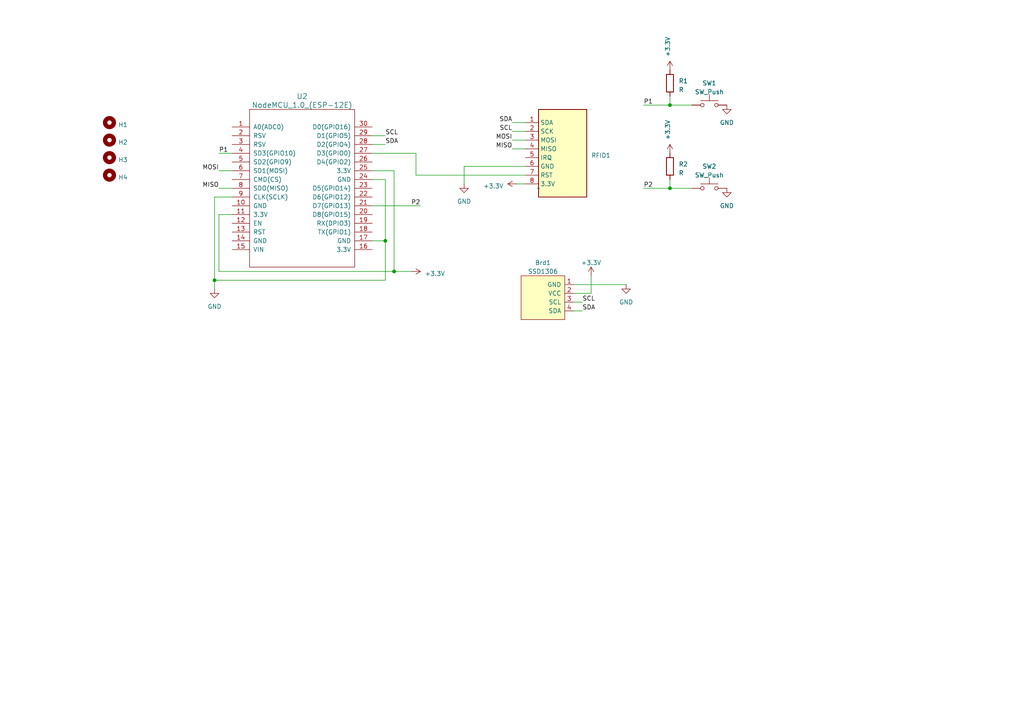
<source format=kicad_sch>
(kicad_sch (version 20230121) (generator eeschema)
  (paper "A4")
  (lib_symbols
    (symbol "Device:R" (pin_numbers hide) (pin_names (offset 0))
      (property "Reference" "R" (at 2.032 0 90))
      (property "Value" "R" (at 0 0 90))
      (symbol "R_0_1"
        (rectangle (start -1.016 -2.54) (end 1.016 2.54) (stroke (width 0.254)))
      )
      (symbol "R_1_1"
        (pin passive line (at 0 3.81 270) (length 1.27) (name "~") (number "1"))
        (pin passive line (at 0 -3.81 90) (length 1.27) (name "~") (number "2"))
      )
    )
    (symbol "ESP8266:NodeMCU_1.0_(ESP-12E)" (pin_names (offset 1.016))
      (property "Reference" "U" (at 0 21.59 0))
      (property "Value" "NodeMCU_1.0_(ESP-12E)" (at 0 -21.59 0))
      (symbol "NodeMCU_1.0_(ESP-12E)_0_1"
        (rectangle (start -15.24 -22.86) (end 15.24 22.86))
      )
      (symbol "NodeMCU_1.0_(ESP-12E)_1_1"
        (pin input line (at -20.32 17.78 0) (length 5.08) (name "A0(ADC0)") (number "1"))
        (pin input line (at -20.32 -5.08 0) (length 5.08) (name "GND") (number "10"))
        (pin power_out line (at -20.32 -7.62 0) (length 5.08) (name "3.3V") (number "11"))
        (pin input line (at -20.32 -10.16 0) (length 5.08) (name "EN") (number "12"))
        (pin input line (at -20.32 -12.7 0) (length 5.08) (name "RST") (number "13"))
        (pin power_in line (at -20.32 -15.24 0) (length 5.08) (name "GND") (number "14"))
        (pin power_in line (at -20.32 -17.78 0) (length 5.08) (name "VIN") (number "15"))
        (pin power_out line (at 20.32 -17.78 180) (length 5.08) (name "3.3V") (number "16"))
        (pin power_in line (at 20.32 -15.24 180) (length 5.08) (name "GND") (number "17"))
        (pin bidirectional line (at 20.32 -12.7 180) (length 5.08) (name "TX(GPIO1)") (number "18"))
        (pin bidirectional line (at 20.32 -10.16 180) (length 5.08) (name "RX(DPIO3)") (number "19"))
        (pin input line (at -20.32 15.24 0) (length 5.08) (name "RSV") (number "2"))
        (pin bidirectional line (at 20.32 -7.62 180) (length 5.08) (name "D8(GPIO15)") (number "20"))
        (pin bidirectional line (at 20.32 -5.08 180) (length 5.08) (name "D7(GPIO13)") (number "21"))
        (pin bidirectional line (at 20.32 -2.54 180) (length 5.08) (name "D6(GPIO12)") (number "22"))
        (pin bidirectional line (at 20.32 0 180) (length 5.08) (name "D5(GPIO14)") (number "23"))
        (pin power_in line (at 20.32 2.54 180) (length 5.08) (name "GND") (number "24"))
        (pin power_out line (at 20.32 5.08 180) (length 5.08) (name "3.3V") (number "25"))
        (pin bidirectional line (at 20.32 7.62 180) (length 5.08) (name "D4(GPIO2)") (number "26"))
        (pin bidirectional line (at 20.32 10.16 180) (length 5.08) (name "D3(GPIO0)") (number "27"))
        (pin bidirectional line (at 20.32 12.7 180) (length 5.08) (name "D2(GPIO4)") (number "28"))
        (pin bidirectional line (at 20.32 15.24 180) (length 5.08) (name "D1(GPIO5)") (number "29"))
        (pin input line (at -20.32 12.7 0) (length 5.08) (name "RSV") (number "3"))
        (pin bidirectional line (at 20.32 17.78 180) (length 5.08) (name "D0(GPIO16)") (number "30"))
        (pin bidirectional line (at -20.32 10.16 0) (length 5.08) (name "SD3(GPIO10)") (number "4"))
        (pin bidirectional line (at -20.32 7.62 0) (length 5.08) (name "SD2(GPIO9)") (number "5"))
        (pin bidirectional line (at -20.32 5.08 0) (length 5.08) (name "SD1(MOSI)") (number "6"))
        (pin bidirectional line (at -20.32 2.54 0) (length 5.08) (name "CMD(CS)") (number "7"))
        (pin bidirectional line (at -20.32 0 0) (length 5.08) (name "SDO(MISO)") (number "8"))
        (pin bidirectional line (at -20.32 -2.54 0) (length 5.08) (name "CLK(SCLK)") (number "9"))
      )
    )
    (symbol "Mechanical:MountingHole" (pin_names (offset 1.016))
      (property "Reference" "H" (at 0 5.08 0))
      (property "Value" "MountingHole" (at 0 3.175 0))
      (symbol "MountingHole_0_1"
        (circle (center 0 0) (radius 1.27) (stroke (width 1.27)))
      )
    )
    (symbol "RestRoomTime:RFID"
      (property "Reference" "RFID" (at 2.54 -3.81 0))
      (symbol "RFID_1_1"
        (rectangle (start 0 22.86) (end 13.97 -2.54) (stroke (width 0.254)) (fill (type background)))
        (pin passive line (at -3.81 19.05 0) (length 3.81) (name "SDA") (number "1"))
        (pin passive line (at -3.81 16.51 0) (length 3.81) (name "SCK") (number "2"))
        (pin passive line (at -3.81 13.97 0) (length 3.81) (name "MOSI") (number "3"))
        (pin passive line (at -3.81 11.43 0) (length 3.81) (name "MISO") (number "4"))
        (pin passive line (at -3.81 8.89 0) (length 3.81) (name "IRQ") (number "5"))
        (pin passive line (at -3.81 6.35 0) (length 3.81) (name "GND") (number "6"))
        (pin passive line (at -3.81 3.81 0) (length 3.81) (name "RST") (number "7"))
        (pin passive line (at -3.81 1.27 0) (length 3.81) (name "3.3V") (number "8"))
      )
    )
    (symbol "SSD1306-128x64_OLED:SSD1306" (pin_names (offset 1.016))
      (property "Reference" "Brd" (at 0 -3.81 0))
      (property "Value" "SSD1306" (at 0 -1.27 0))
      (symbol "SSD1306_0_1"
        (rectangle (start -6.35 6.35) (end 6.35 -6.35) (fill (type background)))
      )
      (symbol "SSD1306_1_1"
        (pin input line (at -3.81 8.89 270) (length 2.54) (name "GND") (number "1"))
        (pin input line (at -1.27 8.89 270) (length 2.54) (name "VCC") (number "2"))
        (pin input line (at 1.27 8.89 270) (length 2.54) (name "SCL") (number "3"))
        (pin input line (at 3.81 8.89 270) (length 2.54) (name "SDA") (number "4"))
      )
    )
    (symbol "Switch:SW_Push" (pin_numbers hide) (pin_names (offset 1.016) hide)
      (property "Reference" "SW" (at 1.27 2.54 0))
      (property "Value" "SW_Push" (at 0 -1.524 0))
      (symbol "SW_Push_0_1"
        (circle (center -2.032 0) (radius 0.508))
        (polyline (pts (xy 0 1.27) (xy 0 3.048)))
        (polyline (pts (xy 2.54 1.27) (xy -2.54 1.27)))
        (circle (center 2.032 0) (radius 0.508))
        (pin passive line (at -5.08 0 0) (length 2.54) (name "1") (number "1"))
        (pin passive line (at 5.08 0 180) (length 2.54) (name "2") (number "2"))
      )
    )
    (symbol "power:+3.3V" (power) (pin_names (offset 0))
      (property "Value" "+3.3V" (at 0 3.556 0))
      (symbol "+3.3V_0_1"
        (polyline (pts (xy -0.762 1.27) (xy 0 2.54)))
        (polyline (pts (xy 0 0) (xy 0 2.54)))
        (polyline (pts (xy 0 2.54) (xy 0.762 1.27)))
      )
      (symbol "+3.3V_1_1"
        (pin power_in line (at 0 0 90) (length 0) hide (name "+3.3V") (number "1"))
      )
    )
    (symbol "power:GND" (power) (pin_names (offset 0))
      (property "Value" "GND" (at 0 -3.81 0))
      (symbol "GND_0_1"
        (polyline (pts (xy 0 0) (xy 0 -1.27) (xy 1.27 -1.27) (xy 0 -2.54) (xy -1.27 -1.27) (xy 0 -1.27)))
      )
      (symbol "GND_1_1"
        (pin power_in line (at 0 0 270) (length 0) hide (name "GND") (number "1"))
      )
    )
  )
  (junction (at 114.3 78.74))
  (junction (at 194.31 54.61))
  (junction (at 194.31 30.48))
  (junction (at 111.76 69.85))
  (junction (at 62.23 81.28))
  (wire (pts (xy 107.95 39.37) (xy 111.76 39.37)))
  (wire (pts (xy 194.31 54.61) (xy 200.66 54.61)))
  (wire (pts (xy 107.95 52.07) (xy 111.76 52.07)))
  (wire (pts (xy 134.62 53.34) (xy 134.62 48.26)))
  (wire (pts (xy 107.95 69.85) (xy 111.76 69.85)))
  (wire (pts (xy 152.4 35.56) (xy 148.59 35.56)))
  (wire (pts (xy 63.5 62.23) (xy 67.31 62.23)))
  (wire (pts (xy 120.65 44.45) (xy 107.95 44.45)))
  (wire (pts (xy 152.4 50.8) (xy 120.65 50.8)))
  (wire (pts (xy 62.23 57.15) (xy 67.31 57.15)))
  (wire (pts (xy 194.31 30.48) (xy 200.66 30.48)))
  (wire (pts (xy 152.4 43.18) (xy 148.59 43.18)))
  (wire (pts (xy 114.3 49.53) (xy 114.3 78.74)))
  (wire (pts (xy 114.3 78.74) (xy 119.38 78.74)))
  (wire (pts (xy 194.31 52.07) (xy 194.31 54.61)))
  (wire (pts (xy 134.62 48.26) (xy 152.4 48.26)))
  (wire (pts (xy 111.76 81.28) (xy 62.23 81.28)))
  (wire (pts (xy 67.31 49.53) (xy 63.5 49.53)))
  (wire (pts (xy 186.69 54.61) (xy 194.31 54.61)))
  (wire (pts (xy 114.3 78.74) (xy 63.5 78.74)))
  (wire (pts (xy 107.95 41.91) (xy 111.76 41.91)))
  (wire (pts (xy 107.95 59.69) (xy 121.92 59.69)))
  (wire (pts (xy 166.37 82.55) (xy 181.61 82.55)))
  (wire (pts (xy 152.4 40.64) (xy 148.59 40.64)))
  (wire (pts (xy 67.31 54.61) (xy 63.5 54.61)))
  (wire (pts (xy 166.37 90.17) (xy 168.91 90.17)))
  (wire (pts (xy 63.5 44.45) (xy 67.31 44.45)))
  (wire (pts (xy 166.37 85.09) (xy 171.45 85.09)))
  (wire (pts (xy 62.23 83.82) (xy 62.23 81.28)))
  (wire (pts (xy 166.37 87.63) (xy 168.91 87.63)))
  (wire (pts (xy 149.86 53.34) (xy 152.4 53.34)))
  (wire (pts (xy 120.65 50.8) (xy 120.65 44.45)))
  (wire (pts (xy 152.4 38.1) (xy 148.59 38.1)))
  (wire (pts (xy 171.45 80.01) (xy 171.45 85.09)))
  (wire (pts (xy 194.31 27.94) (xy 194.31 30.48)))
  (wire (pts (xy 63.5 78.74) (xy 63.5 62.23)))
  (wire (pts (xy 111.76 69.85) (xy 111.76 81.28)))
  (wire (pts (xy 111.76 52.07) (xy 111.76 69.85)))
  (wire (pts (xy 107.95 49.53) (xy 114.3 49.53)))
  (wire (pts (xy 62.23 57.15) (xy 62.23 81.28)))
  (wire (pts (xy 186.69 30.48) (xy 194.31 30.48)))
  (label "SCL" (at 111.76 39.37 0))
  (label "MISO" (at 63.5 54.61 180))
  (label "P1" (at 186.69 30.48 0))
  (label "MOSI" (at 148.59 40.64 180))
  (label "P1" (at 63.5 44.45 0))
  (label "SDA" (at 148.59 35.56 180))
  (label "SCL" (at 148.59 38.1 180))
  (label "P2" (at 186.69 54.61 0))
  (label "MISO" (at 148.59 43.18 180))
  (label "MOSI" (at 63.5 49.53 180))
  (label "SDA" (at 168.91 90.17 0))
  (label "SCL" (at 168.91 87.63 0))
  (label "SDA" (at 111.76 41.91 0))
  (label "P2" (at 121.92 59.69 180))
  (symbol (lib_id "power:GND") (at 181.61 82.55 0) (unit 1)
    (property "Reference" "#PWR05" (effects hide))
    (property "Value" "GND" (at 181.61 87.63 0))
  )
  (symbol (lib_id "power:GND") (at 134.62 53.34 0) (unit 1)
    (property "Reference" "#PWR02" (effects hide))
    (property "Value" "GND" (at 134.62 58.42 0))
  )
  (symbol (lib_id "Device:R") (at 194.31 24.13 0) (unit 1)
    (property "Reference" "R1" (at 196.85 23.495 0) (effects (justify left)))
    (property "Value" "R" (at 196.85 26.035 0) (effects (justify left)))
    (property "Footprint" "Resistor_THT:R_Axial_DIN0207_L6.3mm_D2.5mm_P10.16mm_Horizontal" (effects hide))
  )
  (symbol (lib_id "power:+3.3V") (at 149.86 53.34 90) (mirror x) (unit 1)
    (property "Reference" "#PWR01" (effects hide))
    (property "Value" "+3.3V" (at 146.05 53.975 90) (effects (justify left)))
  )
  (symbol (lib_id "ESP8266:NodeMCU_1.0_(ESP-12E)") (at 87.63 54.61 0) (unit 1)
    (property "Reference" "U2" (at 87.63 27.94 0) (effects (font (size 1.524 1.524))))
    (property "Value" "NodeMCU_1.0_(ESP-12E)" (at 87.63 30.48 0) (effects (font (size 1.524 1.524))))
    (property "Footprint" "ESP8266:NodeMCU-LoLinV3" (effects hide))
  )
  (symbol (lib_id "Device:R") (at 194.31 48.26 0) (unit 1)
    (property "Reference" "R2" (at 196.85 47.625 0) (effects (justify left)))
    (property "Value" "R" (at 196.85 50.165 0) (effects (justify left)))
    (property "Footprint" "Resistor_THT:R_Axial_DIN0207_L6.3mm_D2.5mm_P10.16mm_Horizontal" (effects hide))
  )
  (symbol (lib_id "SSD1306-128x64_OLED:SSD1306") (at 157.48 86.36 270) (unit 1)
    (property "Reference" "Brd1" (at 157.48 76.2 90))
    (property "Value" "SSD1306" (at 157.48 78.74 90))
    (property "Footprint" "SSD1306:128x64OLED" (effects hide))
  )
  (symbol (lib_id "power:+3.3V") (at 171.45 80.01 0) (unit 1)
    (property "Reference" "#PWR04" (effects hide))
    (property "Value" "+3.3V" (at 171.45 76.2 0))
  )
  (symbol (lib_id "Mechanical:MountingHole") (at 31.75 40.64 0) (unit 1)
    (property "Reference" "H2" (at 34.29 41.275 0) (effects (justify left)))
    (property "Value" "MountingHole" (effects hide))
    (property "Footprint" "MountingHole:MountingHole_3.2mm_M3" (effects hide))
  )
  (symbol (lib_id "power:GND") (at 62.23 83.82 0) (unit 1)
    (property "Reference" "#PWR03" (effects hide))
    (property "Value" "GND" (at 62.23 88.9 0))
  )
  (symbol (lib_id "Switch:SW_Push") (at 205.74 54.61 0) (unit 1)
    (property "Reference" "SW2" (at 205.74 48.26 0))
    (property "Value" "SW_Push" (at 205.74 50.8 0))
    (property "Footprint" "Button_Switch_SMD:SW_Push_1P1T_NO_6x6mm_H9.5mm" (effects hide))
  )
  (symbol (lib_id "power:+3.3V") (at 119.38 78.74 270) (unit 1)
    (property "Reference" "#PWR06" (effects hide))
    (property "Value" "+3.3V" (at 123.19 79.375 90) (effects (justify left)))
  )
  (symbol (lib_id "Mechanical:MountingHole") (at 31.75 35.56 0) (unit 1)
    (property "Reference" "H1" (at 34.29 36.195 0) (effects (justify left)))
    (property "Value" "MountingHole" (effects hide))
    (property "Footprint" "MountingHole:MountingHole_3.2mm_M3" (effects hide))
  )
  (symbol (lib_id "power:GND") (at 210.82 54.61 0) (unit 1)
    (property "Reference" "#PWR010" (effects hide))
    (property "Value" "GND" (at 210.82 59.69 0))
  )
  (symbol (lib_id "Mechanical:MountingHole") (at 31.75 50.8 0) (unit 1)
    (property "Reference" "H4" (at 34.29 51.435 0) (effects (justify left)))
    (property "Value" "MountingHole" (effects hide))
    (property "Footprint" "MountingHole:MountingHole_3.2mm_M3" (effects hide))
  )
  (symbol (lib_id "RestRoomTime:RFID") (at 156.21 54.61 0) (unit 1)
    (property "Reference" "RFID1" (at 171.45 45.085 0) (effects (justify left)))
    (property "Value" "~" (at 156.21 54.61 0))
    (property "Footprint" "RestRoomTime:RFID-RC522" (effects hide))
  )
  (symbol (lib_id "Mechanical:MountingHole") (at 31.75 45.72 0) (unit 1)
    (property "Reference" "H3" (at 34.29 46.355 0) (effects (justify left)))
    (property "Value" "MountingHole" (effects hide))
    (property "Footprint" "MountingHole:MountingHole_3.2mm_M3" (effects hide))
  )
  (symbol (lib_id "power:+3.3V") (at 194.31 44.45 0) (mirror y) (unit 1)
    (property "Reference" "#PWR09" (effects hide))
    (property "Value" "+3.3V" (at 193.675 40.64 90) (effects (justify left)))
  )
  (symbol (lib_id "power:+3.3V") (at 194.31 20.32 0) (mirror y) (unit 1)
    (property "Reference" "#PWR08" (effects hide))
    (property "Value" "+3.3V" (at 193.675 16.51 90) (effects (justify left)))
  )
  (symbol (lib_id "Switch:SW_Push") (at 205.74 30.48 0) (unit 1)
    (property "Reference" "SW1" (at 205.74 24.13 0))
    (property "Value" "SW_Push" (at 205.74 26.67 0))
    (property "Footprint" "Button_Switch_SMD:SW_Push_1P1T_NO_6x6mm_H9.5mm" (effects hide))
  )
  (symbol (lib_id "power:GND") (at 210.82 30.48 0) (unit 1)
    (property "Reference" "#PWR07" (effects hide))
    (property "Value" "GND" (at 210.82 35.56 0))
  )
)
</source>
